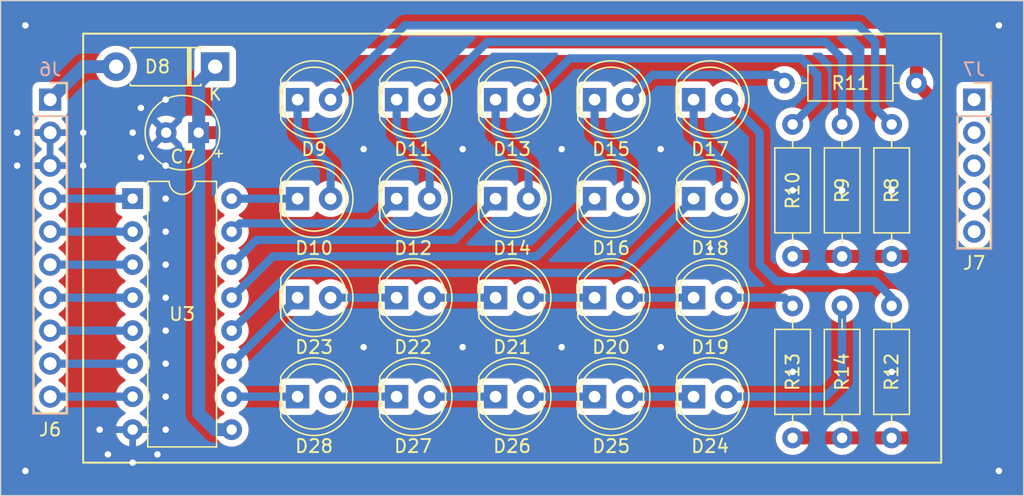
<source format=kicad_pcb>
(kicad_pcb (version 20240108) (generator "pcbnew") (generator_version "8.0")
  (title_block (title "Carrera Start-Ampel \"Bären(n)keller\"") (date "2023-01-10") (rev "1.0") (company "Andreas Wahl - Welzheim") (comment 1 "https://www.andreas-wahl.de/"))
  (layers (0 "F.Cu" signal) (31 "B.Cu" signal) (34 "B.Paste" user) (35 "F.Paste" user) (37 "F.SilkS" user "F.Silkscreen") (38 "B.Mask" user) (39 "F.Mask" user) (44 "Edge.Cuts" user))
  (net 0 "")
  (net 1 "GND")
  (net 2 "Net-(D8-K)")
  (net 3 "Net-(D8-A)")
  (net 4 "Net-(D10-A)")
  (net 5 "Net-(D9-A)")
  (net 6 "Net-(D10-K)")
  (net 7 "Net-(D11-K)")
  (net 8 "Net-(D11-A)")
  (net 9 "Net-(D12-K)")
  (net 10 "Net-(D13-K)")
  (net 11 "Net-(D13-A)")
  (net 12 "Net-(D14-K)")
  (net 13 "Net-(D15-K)")
  (net 14 "Net-(D15-A)")
  (net 15 "Net-(D16-K)")
  (net 16 "Net-(D17-K)")
  (net 17 "Net-(D17-A)")
  (net 18 "Net-(D18-K)")
  (net 19 "Net-(D19-K)")
  (net 20 "Net-(D19-A)")
  (net 21 "Net-(D20-K)")
  (net 22 "Net-(D21-K)")
  (net 23 "Net-(D22-K)")
  (net 24 "Net-(D23-K)")
  (net 25 "Net-(D24-K)")
  (net 26 "Net-(D24-A)")
  (net 27 "Net-(D25-K)")
  (net 28 "Net-(D26-K)")
  (net 29 "Net-(D27-K)")
  (net 30 "Net-(D28-K)")
  (net 31 "Net-(J6-Pin_4)")
  (net 32 "Net-(J6-Pin_5)")
  (net 33 "Net-(J6-Pin_6)")
  (net 34 "Net-(J6-Pin_7)")
  (net 35 "Net-(J6-Pin_8)")
  (net 36 "Net-(J6-Pin_9)")
  (net 37 "Net-(J6-Pin_10)")
  (footprint "MyLibrary:LED_D5.0mm_ye" (layer "F.Cu") (at 48.255 50.8)
    (property "Reference" "D28" (at 1.27 3.81 0) (layer "F.SilkS"))
    (property "Value" "ge/5mm")
    (fp_line (start -1.29 -1.545) (end -1.29 1.545) (stroke (width 0.12)) (layer "F.SilkS"))
    (fp_arc (start -1.29 -1.54483) (mid 2.072002 -2.880433) (end 4.26 0.000462) (stroke (width 0.12)) (layer "F.SilkS"))
    (fp_arc (start 4.26 -0.000462) (mid 2.072002 2.880433) (end -1.29 1.54483) (stroke (width 0.12)) (layer "F.SilkS"))
    (fp_circle (center 1.27 0) (end 3.77 0) (stroke (width 0.12)) (fill none) (layer "F.SilkS"))
    (pad "1" thru_hole rect (at 0 0) (size 1.8 1.8) (drill 0.9) (layers "*.Cu" "*.Mask") (net 30 "Net-(D28-K)"))
    (pad "2" thru_hole circle (at 2.54 0) (size 1.8 1.8) (drill 0.9) (layers "*.Cu" "*.Mask") (net 29 "Net-(D27-K)"))
  )
  (footprint "MyLibrary:LED_D5.0mm_ye" (layer "F.Cu") (at 78.735 50.8)
    (property "Reference" "D24" (at 1.27 3.81 0) (layer "F.SilkS"))
    (property "Value" "ge/5mm")
    (fp_line (start -1.29 -1.545) (end -1.29 1.545) (stroke (width 0.12)) (layer "F.SilkS"))
    (fp_arc (start -1.29 -1.54483) (mid 2.072002 -2.880433) (end 4.26 0.000462) (stroke (width 0.12)) (layer "F.SilkS"))
    (fp_arc (start 4.26 -0.000462) (mid 2.072002 2.880433) (end -1.29 1.54483) (stroke (width 0.12)) (layer "F.SilkS"))
    (fp_circle (center 1.27 0) (end 3.77 0) (stroke (width 0.12)) (fill none) (layer "F.SilkS"))
    (pad "1" thru_hole rect (at 0 0) (size 1.8 1.8) (drill 0.9) (layers "*.Cu" "*.Mask") (net 25 "Net-(D24-K)"))
    (pad "2" thru_hole circle (at 2.54 0) (size 1.8 1.8) (drill 0.9) (layers "*.Cu" "*.Mask") (net 26 "Net-(D24-A)"))
  )
  (footprint "MyLibrary:LED_D5.0mm_ye" (layer "F.Cu") (at 55.875 50.8)
    (property "Reference" "D27" (at 1.27 3.81 0) (layer "F.SilkS"))
    (property "Value" "ge/5mm")
    (fp_line (start -1.29 -1.545) (end -1.29 1.545) (stroke (width 0.12)) (layer "F.SilkS"))
    (fp_arc (start -1.29 -1.54483) (mid 2.072002 -2.880433) (end 4.26 0.000462) (stroke (width 0.12)) (layer "F.SilkS"))
    (fp_arc (start 4.26 -0.000462) (mid 2.072002 2.880433) (end -1.29 1.54483) (stroke (width 0.12)) (layer "F.SilkS"))
    (fp_circle (center 1.27 0) (end 3.77 0) (stroke (width 0.12)) (fill none) (layer "F.SilkS"))
    (pad "1" thru_hole rect (at 0 0) (size 1.8 1.8) (drill 0.9) (layers "*.Cu" "*.Mask") (net 29 "Net-(D27-K)"))
    (pad "2" thru_hole circle (at 2.54 0) (size 1.8 1.8) (drill 0.9) (layers "*.Cu" "*.Mask") (net 28 "Net-(D26-K)"))
  )
  (footprint "Resistor_THT:R_Axial_DIN0207_L6.3mm_D2.5mm_P10.16mm_Horizontal" (layer "F.Cu") (at 90.165 43.815 -90)
    (property "Reference" "R14" (at 5.08 0 90) (layer "F.SilkS"))
    (property "Value" "220R")
    (fp_line (start 1.81 1.37) (end 8.35 1.37) (stroke (width 0.12)) (layer "F.SilkS"))
    (fp_line (start 8.35 1.37) (end 8.35 -1.37) (stroke (width 0.12)) (layer "F.SilkS"))
    (fp_line (start 1.04 0) (end 1.81 0) (stroke (width 0.12)) (layer "F.SilkS"))
    (fp_line (start 9.12 0) (end 8.35 0) (stroke (width 0.12)) (layer "F.SilkS"))
    (fp_line (start 1.81 -1.37) (end 1.81 1.37) (stroke (width 0.12)) (layer "F.SilkS"))
    (fp_line (start 8.35 -1.37) (end 1.81 -1.37) (stroke (width 0.12)) (layer "F.SilkS"))
    (pad "1" thru_hole circle (at 0 0 270) (size 1.6 1.6) (drill 0.8) (layers "*.Cu" "*.Mask") (net 26 "Net-(D24-A)"))
    (pad "2" thru_hole oval (at 10.16 0 270) (size 1.6 1.6) (drill 0.8) (layers "*.Cu" "*.Mask") (net 2 "Net-(D8-K)"))
  )
  (footprint "Resistor_THT:R_Axial_DIN0207_L6.3mm_D2.5mm_P10.16mm_Horizontal" (layer "F.Cu") (at 86.36 43.815 -90)
    (property "Reference" "R13" (at 5.08 0 90) (layer "F.SilkS"))
    (property "Value" "220R")
    (fp_line (start 1.81 1.37) (end 8.35 1.37) (stroke (width 0.12)) (layer "F.SilkS"))
    (fp_line (start 8.35 1.37) (end 8.35 -1.37) (stroke (width 0.12)) (layer "F.SilkS"))
    (fp_line (start 1.04 0) (end 1.81 0) (stroke (width 0.12)) (layer "F.SilkS"))
    (fp_line (start 9.12 0) (end 8.35 0) (stroke (width 0.12)) (layer "F.SilkS"))
    (fp_line (start 1.81 -1.37) (end 1.81 1.37) (stroke (width 0.12)) (layer "F.SilkS"))
    (fp_line (start 8.35 -1.37) (end 1.81 -1.37) (stroke (width 0.12)) (layer "F.SilkS"))
    (pad "1" thru_hole circle (at 0 0 270) (size 1.6 1.6) (drill 0.8) (layers "*.Cu" "*.Mask") (net 20 "Net-(D19-A)"))
    (pad "2" thru_hole oval (at 10.16 0 270) (size 1.6 1.6) (drill 0.8) (layers "*.Cu" "*.Mask") (net 2 "Net-(D8-K)"))
  )
  (footprint "Resistor_THT:R_Axial_DIN0207_L6.3mm_D2.5mm_P10.16mm_Horizontal" (layer "F.Cu") (at 95.885 26.67 180)
    (property "Reference" "R11" (at 5.08 0 0) (layer "F.SilkS"))
    (property "Value" "560R")
    (fp_line (start 9.12 0) (end 8.35 0) (stroke (width 0.12)) (layer "F.SilkS"))
    (fp_line (start 8.35 1.37) (end 8.35 -1.37) (stroke (width 0.12)) (layer "F.SilkS"))
    (fp_line (start 8.35 -1.37) (end 1.81 -1.37) (stroke (width 0.12)) (layer "F.SilkS"))
    (fp_line (start 1.81 1.37) (end 8.35 1.37) (stroke (width 0.12)) (layer "F.SilkS"))
    (fp_line (start 1.81 -1.37) (end 1.81 1.37) (stroke (width 0.12)) (layer "F.SilkS"))
    (fp_line (start 1.04 0) (end 1.81 0) (stroke (width 0.12)) (layer "F.SilkS"))
    (pad "1" thru_hole circle (at 0 0 180) (size 1.6 1.6) (drill 0.8) (layers "*.Cu" "*.Mask") (net 2 "Net-(D8-K)"))
    (pad "2" thru_hole oval (at 10.16 0 180) (size 1.6 1.6) (drill 0.8) (layers "*.Cu" "*.Mask") (net 14 "Net-(D15-A)"))
  )
  (footprint "MyLibrary:LED_D5.0mm_rd" (layer "F.Cu") (at 48.255 35.56)
    (property "Reference" "D10" (at 1.27 3.81 0) (layer "F.SilkS"))
    (property "Value" "rt/5mm")
    (fp_line (start -1.29 -1.545) (end -1.29 1.545) (stroke (width 0.12)) (layer "F.SilkS"))
    (fp_arc (start -1.29 -1.54483) (mid 2.072002 -2.880433) (end 4.26 0.000462) (stroke (width 0.12)) (layer "F.SilkS"))
    (fp_arc (start 4.26 -0.000462) (mid 2.072002 2.880433) (end -1.29 1.54483) (stroke (width 0.12)) (layer "F.SilkS"))
    (fp_circle (center 1.27 0) (end 3.77 0) (stroke (width 0.12)) (fill none) (layer "F.SilkS"))
    (pad "1" thru_hole rect (at 0 0) (size 1.8 1.8) (drill 0.9) (layers "*.Cu" "*.Mask") (net 6 "Net-(D10-K)"))
    (pad "2" thru_hole circle (at 2.54 0) (size 1.8 1.8) (drill 0.9) (layers "*.Cu" "*.Mask") (net 4 "Net-(D10-A)"))
  )
  (footprint "MyLibrary:LED_D5.0mm_gn" (layer "F.Cu") (at 63.495 43.18)
    (property "Reference" "D21" (at 1.27 3.81 0) (layer "F.SilkS"))
    (property "Value" "gn/5mm")
    (fp_line (start -1.29 -1.545) (end -1.29 1.545) (stroke (width 0.12)) (layer "F.SilkS"))
    (fp_arc (start -1.29 -1.54483) (mid 2.072002 -2.880433) (end 4.26 0.000462) (stroke (width 0.12)) (layer "F.SilkS"))
    (fp_arc (start 4.26 -0.000462) (mid 2.072002 2.880433) (end -1.29 1.54483) (stroke (width 0.12)) (layer "F.SilkS"))
    (fp_circle (center 1.27 0) (end 3.77 0) (stroke (width 0.12)) (fill none) (layer "F.SilkS"))
    (pad "1" thru_hole rect (at 0 0) (size 1.8 1.8) (drill 0.9) (layers "*.Cu" "*.Mask") (net 22 "Net-(D21-K)"))
    (pad "2" thru_hole circle (at 2.54 0) (size 1.8 1.8) (drill 0.9) (layers "*.Cu" "*.Mask") (net 21 "Net-(D20-K)"))
  )
  (footprint "MyLibrary:LED_D5.0mm_rd" (layer "F.Cu") (at 48.255 27.94)
    (property "Reference" "D9" (at 1.27 3.81 0) (layer "F.SilkS"))
    (property "Value" "rt/5mm")
    (fp_line (start -1.29 -1.545) (end -1.29 1.545) (stroke (width 0.12)) (layer "F.SilkS"))
    (fp_arc (start -1.29 -1.54483) (mid 2.072002 -2.880433) (end 4.26 0.000462) (stroke (width 0.12)) (layer "F.SilkS"))
    (fp_arc (start 4.26 -0.000462) (mid 2.072002 2.880433) (end -1.29 1.54483) (stroke (width 0.12)) (layer "F.SilkS"))
    (fp_circle (center 1.27 0) (end 3.77 0) (stroke (width 0.12)) (fill none) (layer "F.SilkS"))
    (pad "1" thru_hole rect (at 0 0) (size 1.8 1.8) (drill 0.9) (layers "*.Cu" "*.Mask") (net 4 "Net-(D10-A)"))
    (pad "2" thru_hole circle (at 2.54 0) (size 1.8 1.8) (drill 0.9) (layers "*.Cu" "*.Mask") (net 5 "Net-(D9-A)"))
  )
  (footprint "Diode_THT:D_DO-41_SOD81_P7.62mm_Horizontal" (layer "F.Cu") (at 41.91 25.4 180)
    (property "Reference" "D8" (at 4.445 0 180) (layer "F.SilkS"))
    (property "Value" "1N4001")
    (fp_line (start 6.53 1.47) (end 6.53 1.34) (stroke (width 0.12)) (layer "F.SilkS"))
    (fp_line (start 6.53 -1.47) (end 6.53 -1.34) (stroke (width 0.12)) (layer "F.SilkS"))
    (fp_line (start 2.11 -1.47) (end 2.11 1.47) (stroke (width 0.12)) (layer "F.SilkS"))
    (fp_line (start 1.99 -1.47) (end 1.99 1.47) (stroke (width 0.12)) (layer "F.SilkS"))
    (fp_line (start 1.87 -1.47) (end 1.87 1.47) (stroke (width 0.12)) (layer "F.SilkS"))
    (fp_line (start 1.09 1.47) (end 6.53 1.47) (stroke (width 0.12)) (layer "F.SilkS"))
    (fp_line (start 1.09 1.34) (end 1.09 1.47) (stroke (width 0.12)) (layer "F.SilkS"))
    (fp_line (start 1.09 -1.34) (end 1.09 -1.47) (stroke (width 0.12)) (layer "F.SilkS"))
    (fp_line (start 1.09 -1.47) (end 6.53 -1.47) (stroke (width 0.12)) (layer "F.SilkS"))
    (fp_text user "K" (at 0 -2.1 180) (layer "F.SilkS"))
    (pad "1" thru_hole rect (at 0 0 180) (size 2.2 2.2) (drill 1.1) (layers "*.Cu" "*.Mask") (net 2 "Net-(D8-K)"))
    (pad "2" thru_hole oval (at 7.62 0 180) (size 2.2 2.2) (drill 1.1) (layers "*.Cu" "*.Mask") (net 3 "Net-(D8-A)"))
  )
  (footprint "MyLibrary:LED_D5.0mm_rd" (layer "F.Cu") (at 71.115 35.56)
    (property "Reference" "D16" (at 1.27 3.81 0) (layer "F.SilkS"))
    (property "Value" "rt/5mm")
    (fp_line (start -1.29 -1.545) (end -1.29 1.545) (stroke (width 0.12)) (layer "F.SilkS"))
    (fp_arc (start -1.29 -1.54483) (mid 2.072002 -2.880433) (end 4.26 0.000462) (stroke (width 0.12)) (layer "F.SilkS"))
    (fp_arc (start 4.26 -0.000462) (mid 2.072002 2.880433) (end -1.29 1.54483) (stroke (width 0.12)) (layer "F.SilkS"))
    (fp_circle (center 1.27 0) (end 3.77 0) (stroke (width 0.12)) (fill none) (layer "F.SilkS"))
    (pad "1" thru_hole rect (at 0 0) (size 1.8 1.8) (drill 0.9) (layers "*.Cu" "*.Mask") (net 15 "Net-(D16-K)"))
    (pad "2" thru_hole circle (at 2.54 0) (size 1.8 1.8) (drill 0.9) (layers "*.Cu" "*.Mask") (net 13 "Net-(D15-K)"))
  )
  (footprint "MyLibrary:LED_D5.0mm_rd" (layer "F.Cu") (at 55.875 35.56)
    (property "Reference" "D12" (at 1.27 3.81 0) (layer "F.SilkS"))
    (property "Value" "rt/5mm")
    (fp_line (start -1.29 -1.545) (end -1.29 1.545) (stroke (width 0.12)) (layer "F.SilkS"))
    (fp_arc (start -1.29 -1.54483) (mid 2.072002 -2.880433) (end 4.26 0.000462) (stroke (width 0.12)) (layer "F.SilkS"))
    (fp_arc (start 4.26 -0.000462) (mid 2.072002 2.880433) (end -1.29 1.54483) (stroke (width 0.12)) (layer "F.SilkS"))
    (fp_circle (center 1.27 0) (end 3.77 0) (stroke (width 0.12)) (fill none) (layer "F.SilkS"))
    (pad "1" thru_hole rect (at 0 0) (size 1.8 1.8) (drill 0.9) (layers "*.Cu" "*.Mask") (net 9 "Net-(D12-K)"))
    (pad "2" thru_hole circle (at 2.54 0) (size 1.8 1.8) (drill 0.9) (layers "*.Cu" "*.Mask") (net 7 "Net-(D11-K)"))
  )
  (footprint "MyLibrary:LED_D5.0mm_rd" (layer "F.Cu") (at 55.875 27.94)
    (property "Reference" "D11" (at 1.27 3.81 0) (layer "F.SilkS"))
    (property "Value" "rt/5mm")
    (fp_line (start -1.29 -1.545) (end -1.29 1.545) (stroke (width 0.12)) (layer "F.SilkS"))
    (fp_arc (start -1.29 -1.54483) (mid 2.072002 -2.880433) (end 4.26 0.000462) (stroke (width 0.12)) (layer "F.SilkS"))
    (fp_arc (start 4.26 -0.000462) (mid 2.072002 2.880433) (end -1.29 1.54483) (stroke (width 0.12)) (layer "F.SilkS"))
    (fp_circle (center 1.27 0) (end 3.77 0) (stroke (width 0.12)) (fill none) (layer "F.SilkS"))
    (pad "1" thru_hole rect (at 0 0) (size 1.8 1.8) (drill 0.9) (layers "*.Cu" "*.Mask") (net 7 "Net-(D11-K)"))
    (pad "2" thru_hole circle (at 2.54 0) (size 1.8 1.8) (drill 0.9) (layers "*.Cu" "*.Mask") (net 8 "Net-(D11-A)"))
  )
  (footprint "Resistor_THT:R_Axial_DIN0207_L6.3mm_D2.5mm_P10.16mm_Horizontal" (layer "F.Cu") (at 86.36 40.005 90)
    (property "Reference" "R10" (at 5.08 0 90) (layer "F.SilkS"))
    (property "Value" "560R")
    (fp_line (start 8.35 -1.37) (end 1.81 -1.37) (stroke (width 0.12)) (layer "F.SilkS"))
    (fp_line (start 1.81 -1.37) (end 1.81 1.37) (stroke (width 0.12)) (layer "F.SilkS"))
    (fp_line (start 9.12 0) (end 8.35 0) (stroke (width 0.12)) (layer "F.SilkS"))
    (fp_line (start 1.04 0) (end 1.81 0) (stroke (width 0.12)) (layer "F.SilkS"))
    (fp_line (start 8.35 1.37) (end 8.35 -1.37) (stroke (width 0.12)) (layer "F.SilkS"))
    (fp_line (start 1.81 1.37) (end 8.35 1.37) (stroke (width 0.12)) (layer "F.SilkS"))
    (pad "1" thru_hole circle (at 0 0 90) (size 1.6 1.6) (drill 0.8) (layers "*.Cu" "*.Mask") (net 2 "Net-(D8-K)"))
    (pad "2" thru_hole oval (at 10.16 0 90) (size 1.6 1.6) (drill 0.8) (layers "*.Cu" "*.Mask") (net 11 "Net-(D13-A)"))
  )
  (footprint "MyLibrary:LED_D5.0mm_ye" (layer "F.Cu") (at 63.495 50.8)
    (property "Reference" "D26" (at 1.27 3.81 0) (layer "F.SilkS"))
    (property "Value" "ge/5mm")
    (fp_line (start -1.29 -1.545) (end -1.29 1.545) (stroke (width 0.12)) (layer "F.SilkS"))
    (fp_arc (start -1.29 -1.54483) (mid 2.072002 -2.880433) (end 4.26 0.000462) (stroke (width 0.12)) (layer "F.SilkS"))
    (fp_arc (start 4.26 -0.000462) (mid 2.072002 2.880433) (end -1.29 1.54483) (stroke (width 0.12)) (layer "F.SilkS"))
    (fp_circle (center 1.27 0) (end 3.77 0) (stroke (width 0.12)) (fill none) (layer "F.SilkS"))
    (pad "1" thru_hole rect (at 0 0) (size 1.8 1.8) (drill 0.9) (layers "*.Cu" "*.Mask") (net 28 "Net-(D26-K)"))
    (pad "2" thru_hole circle (at 2.54 0) (size 1.8 1.8) (drill 0.9) (layers "*.Cu" "*.Mask") (net 27 "Net-(D25-K)"))
  )
  (footprint "Resistor_THT:R_Axial_DIN0207_L6.3mm_D2.5mm_P10.16mm_Horizontal" (layer "F.Cu") (at 93.98 40.005 90)
    (property "Reference" "R8" (at 5.08 0 90) (layer "F.SilkS"))
    (property "Value" "560R")
    (fp_line (start 8.35 -1.37) (end 1.81 -1.37) (stroke (width 0.12)) (layer "F.SilkS"))
    (fp_line (start 1.81 -1.37) (end 1.81 1.37) (stroke (width 0.12)) (layer "F.SilkS"))
    (fp_line (start 9.12 0) (end 8.35 0) (stroke (width 0.12)) (layer "F.SilkS"))
    (fp_line (start 1.04 0) (end 1.81 0) (stroke (width 0.12)) (layer "F.SilkS"))
    (fp_line (start 8.35 1.37) (end 8.35 -1.37) (stroke (width 0.12)) (layer "F.SilkS"))
    (fp_line (start 1.81 1.37) (end 8.35 1.37) (stroke (width 0.12)) (layer "F.SilkS"))
    (pad "1" thru_hole circle (at 0 0 90) (size 1.6 1.6) (drill 0.8) (layers "*.Cu" "*.Mask") (net 2 "Net-(D8-K)"))
    (pad "2" thru_hole oval (at 10.16 0 90) (size 1.6 1.6) (drill 0.8) (layers "*.Cu" "*.Mask") (net 5 "Net-(D9-A)"))
  )
  (footprint "Wahl_Andreas:LOGO_AW_5mm_mask" (layer "F.Cu") (at 100.584 53.213)
    (property "Reference" "G***" (hide yes))
    (property "Value" "LOGO" (hide yes))
  )
  (footprint "MyLibrary:LED_D5.0mm_rd" (layer "F.Cu") (at 78.735 35.56)
    (property "Reference" "D18" (at 1.27 3.81 0) (layer "F.SilkS"))
    (property "Value" "rt/5mm")
    (fp_line (start -1.29 -1.545) (end -1.29 1.545) (stroke (width 0.12)) (layer "F.SilkS"))
    (fp_arc (start -1.29 -1.54483) (mid 2.072002 -2.880433) (end 4.26 0.000462) (stroke (width 0.12)) (layer "F.SilkS"))
    (fp_arc (start 4.26 -0.000462) (mid 2.072002 2.880433) (end -1.29 1.54483) (stroke (width 0.12)) (layer "F.SilkS"))
    (fp_circle (center 1.27 0) (end 3.77 0) (stroke (width 0.12)) (fill none) (layer "F.SilkS"))
    (pad "1" thru_hole rect (at 0 0) (size 1.8 1.8) (drill 0.9) (layers "*.Cu" "*.Mask") (net 18 "Net-(D18-K)"))
    (pad "2" thru_hole circle (at 2.54 0) (size 1.8 1.8) (drill 0.9) (layers "*.Cu" "*.Mask") (net 16 "Net-(D17-K)"))
  )
  (footprint "MyLibrary:LED_D5.0mm_gn" (layer "F.Cu") (at 71.115 43.18)
    (property "Reference" "D20" (at 1.27 3.81 0) (layer "F.SilkS"))
    (property "Value" "gn/5mm")
    (fp_line (start -1.29 -1.545) (end -1.29 1.545) (stroke (width 0.12)) (layer "F.SilkS"))
    (fp_arc (start -1.29 -1.54483) (mid 2.072002 -2.880433) (end 4.26 0.000462) (stroke (width 0.12)) (layer "F.SilkS"))
    (fp_arc (start 4.26 -0.000462) (mid 2.072002 2.880433) (end -1.29 1.54483) (stroke (width 0.12)) (layer "F.SilkS"))
    (fp_circle (center 1.27 0) (end 3.77 0) (stroke (width 0.12)) (fill none) (layer "F.SilkS"))
    (pad "1" thru_hole rect (at 0 0) (size 1.8 1.8) (drill 0.9) (layers "*.Cu" "*.Mask") (net 21 "Net-(D20-K)"))
    (pad "2" thru_hole circle (at 2.54 0) (size 1.8 1.8) (drill 0.9) (layers "*.Cu" "*.Mask") (net 19 "Net-(D19-K)"))
  )
  (footprint "Package_DIP:DIP-16_W7.62mm" (layer "F.Cu") (at 35.56 35.56)
    (property "Reference" "U3" (at 3.81 8.89 0) (layer "F.SilkS"))
    (property "Value" "ULN2003A")
    (fp_line (start 1.16 -1.33) (end 1.16 19.11) (stroke (width 0.12)) (layer "F.SilkS"))
    (fp_line (start 1.16 19.11) (end 6.46 19.11) (stroke (width 0.12)) (layer "F.SilkS"))
    (fp_line (start 2.81 -1.33) (end 1.16 -1.33) (stroke (width 0.12)) (layer "F.SilkS"))
    (fp_line (start 6.46 -1.33) (end 4.81 -1.33) (stroke (width 0.12)) (layer "F.SilkS"))
    (fp_line (start 6.46 19.11) (end 6.46 -1.33) (stroke (width 0.12)) (layer "F.SilkS"))
    (fp_arc (start 4.81 -1.33) (mid 3.81 -0.33) (end 2.81 -1.33) (stroke (width 0.12)) (layer "F.SilkS"))
    (pad "1" thru_hole rect (at 0 0) (size 1.6 1.6) (drill 0.8) (layers "*.Cu" "*.Mask") (net 31 "Net-(J6-Pin_4)"))
    (pad "2" thru_hole oval (at 0 2.54) (size 1.6 1.6) (drill 0.8) (layers "*.Cu" "*.Mask") (net 32 "Net-(J6-Pin_5)"))
    (pad "3" thru_hole oval (at 0 5.08) (size 1.6 1.6) (drill 0.8) (layers "*.Cu" "*.Mask") (net 33 "Net-(J6-Pin_6)"))
    (pad "4" thru_hole oval (at 0 7.62) (size 1.6 1.6) (drill 0.8) (layers "*.Cu" "*.Mask") (net 34 "Net-(J6-Pin_7)"))
    (pad "5" thru_hole oval (at 0 10.16) (size 1.6 1.6) (drill 0.8) (layers "*.Cu" "*.Mask") (net 35 "Net-(J6-Pin_8)"))
    (pad "6" thru_hole oval (at 0 12.7) (size 1.6 1.6) (drill 0.8) (layers "*.Cu" "*.Mask") (net 36 "Net-(J6-Pin_9)"))
    (pad "7" thru_hole oval (at 0 15.24) (size 1.6 1.6) (drill 0.8) (layers "*.Cu" "*.Mask") (net 37 "Net-(J6-Pin_10)"))
    (pad "8" thru_hole oval (at 0 17.78) (size 1.6 1.6) (drill 0.8) (layers "*.Cu" "*.Mask") (net 1 "GND"))
    (pad "9" thru_hole oval (at 7.62 17.78) (size 1.6 1.6) (drill 0.8) (layers "*.Cu" "*.Mask") (net 2 "Net-(D8-K)"))
    (pad "10" thru_hole oval (at 7.62 15.24) (size 1.6 1.6) (drill 0.8) (layers "*.Cu" "*.Mask") (net 30 "Net-(D28-K)"))
    (pad "11" thru_hole oval (at 7.62 12.7) (size 1.6 1.6) (drill 0.8) (layers "*.Cu" "*.Mask") (net 24 "Net-(D23-K)"))
    (pad "12" thru_hole oval (at 7.62 10.16) (size 1.6 1.6) (drill 0.8) (layers "*.Cu" "*.Mask") (net 18 "Net-(D18-K)"))
    (pad "13" thru_hole oval (at 7.62 7.62) (size 1.6 1.6) (drill 0.8) (layers "*.Cu" "*.Mask") (net 15 "Net-(D16-K)"))
    (pad "14" thru_hole oval (at 7.62 5.08) (size 1.6 1.6) (drill 0.8) (layers "*.Cu" "*.Mask") (net 12 "Net-(D14-K)"))
    (pad "15" thru_hole oval (at 7.62 2.54) (size 1.6 1.6) (drill 0.8) (layers "*.Cu" "*.Mask") (net 9 "Net-(D12-K)"))
    (pad "16" thru_hole oval (at 7.62 0) (size 1.6 1.6) (drill 0.8) (layers "*.Cu" "*.Mask") (net 6 "Net-(D10-K)"))
  )
  (footprint "Resistor_THT:R_Axial_DIN0207_L6.3mm_D2.5mm_P10.16mm_Horizontal" (layer "F.Cu") (at 93.975 53.975 90)
    (property "Reference" "R12" (at 5.08 0 90) (layer "F.SilkS"))
    (property "Value" "560R")
    (fp_line (start 8.35 -1.37) (end 1.81 -1.37) (stroke (width 0.12)) (layer "F.SilkS"))
    (fp_line (start 1.81 -1.37) (end 1.81 1.37) (stroke (width 0.12)) (layer "F.SilkS"))
    (fp_line (start 9.12 0) (end 8.35 0) (stroke (width 0.12)) (layer "F.SilkS"))
    (fp_line (start 1.04 0) (end 1.81 0) (stroke (width 0.12)) (layer "F.SilkS"))
    (fp_line (start 8.35 1.37) (end 8.35 -1.37) (stroke (width 0.12)) (layer "F.SilkS"))
    (fp_line (start 1.81 1.37) (end 8.35 1.37) (stroke (width 0.12)) (layer "F.SilkS"))
    (pad "1" thru_hole circle (at 0 0 90) (size 1.6 1.6) (drill 0.8) (layers "*.Cu" "*.Mask") (net 2 "Net-(D8-K)"))
    (pad "2" thru_hole oval (at 10.16 0 90) (size 1.6 1.6) (drill 0.8) (layers "*.Cu" "*.Mask") (net 17 "Net-(D17-A)"))
  )
  (footprint "MyLibrary:LED_D5.0mm_gn" (layer "F.Cu") (at 55.875 43.18)
    (property "Reference" "D22" (at 1.27 3.81 0) (layer "F.SilkS"))
    (property "Value" "gn/5mm")
    (fp_line (start -1.29 -1.545) (end -1.29 1.545) (stroke (width 0.12)) (layer "F.SilkS"))
    (fp_arc (start -1.29 -1.54483) (mid 2.072002 -2.880433) (end 4.26 0.000462) (stroke (width 0.12)) (layer "F.SilkS"))
    (fp_arc (start 4.26 -0.000462) (mid 2.072002 2.880433) (end -1.29 1.54483) (stroke (width 0.12)) (layer "F.SilkS"))
    (fp_circle (center 1.27 0) (end 3.77 0) (stroke (width 0.12)) (fill none) (layer "F.SilkS"))
    (pad "1" thru_hole rect (at 0 0) (size 1.8 1.8) (drill 0.9) (layers "*.Cu" "*.Mask") (net 23 "Net-(D22-K)"))
    (pad "2" thru_hole circle (at 2.54 0) (size 1.8 1.8) (drill 0.9) (layers "*.Cu" "*.Mask") (net 22 "Net-(D21-K)"))
  )
  (footprint "MyLibrary:LED_D5.0mm_rd" (layer "F.Cu") (at 78.735 27.94)
    (property "Reference" "D17" (at 1.27 3.81 0) (layer "F.SilkS"))
    (property "Value" "rt/5mm")
    (fp_line (start -1.29 -1.545) (end -1.29 1.545) (stroke (width 0.12)) (layer "F.SilkS"))
    (fp_arc (start -1.29 -1.54483) (mid 2.072002 -2.880433) (end 4.26 0.000462) (stroke (width 0.12)) (layer "F.SilkS"))
    (fp_arc (start 4.26 -0.000462) (mid 2.072002 2.880433) (end -1.29 1.54483) (stroke (width 0.12)) (layer "F.SilkS"))
    (fp_circle (center 1.27 0) (end 3.77 0) (stroke (width 0.12)) (fill none) (layer "F.SilkS"))
    (pad "1" thru_hole rect (at 0 0) (size 1.8 1.8) (drill 0.9) (layers "*.Cu" "*.Mask") (net 16 "Net-(D17-K)"))
    (pad "2" thru_hole circle (at 2.54 0) (size 1.8 1.8) (drill 0.9) (layers "*.Cu" "*.Mask") (net 17 "Net-(D17-A)"))
  )
  (footprint "Capacitor_THT:CP_Radial_Tantal_D5.5mm_P2.50mm" (layer "F.Cu") (at 40.64 30.48 180)
    (property "Reference" "C7" (at 1.196369 -1.854 180) (layer "F.SilkS"))
    (property "Value" "10uF/50V")
    (fp_line (start -1.547262 -1.89) (end -1.547262 -1.34) (stroke (width 0.12)) (layer "F.SilkS"))
    (fp_line (start -1.822262 -1.615) (end -1.272262 -1.615) (stroke (width 0.12)) (layer "F.SilkS"))
    (fp_circle (center 1.25 0) (end 4.12 0) (stroke (width 0.12)) (fill none) (layer "F.SilkS"))
    (pad "1" thru_hole rect (at 0 0 180) (size 1.6 1.6) (drill 0.8) (layers "*.Cu" "*.Mask") (net 2 "Net-(D8-K)"))
    (pad "2" thru_hole circle (at 2.5 0 180) (size 1.6 1.6) (drill 0.8) (layers "*.Cu" "*.Mask") (net 1 "GND"))
  )
  (footprint "MyLibrary:LED_D5.0mm_gn" (layer "F.Cu") (at 48.255 43.18)
    (property "Reference" "D23" (at 1.27 3.81 0) (layer "F.SilkS"))
    (property "Value" "gn/5mm")
    (fp_line (start -1.29 -1.545) (end -1.29 1.545) (stroke (width 0.12)) (layer "F.SilkS"))
    (fp_arc (start -1.29 -1.54483) (mid 2.072002 -2.880433) (end 4.26 0.000462) (stroke (width 0.12)) (layer "F.SilkS"))
    (fp_arc (start 4.26 -0.000462) (mid 2.072002 2.880433) (end -1.29 1.54483) (stroke (width 0.12)) (layer "F.SilkS"))
    (fp_circle (center 1.27 0) (end 3.77 0) (stroke (width 0.12)) (fill none) (layer "F.SilkS"))
    (pad "1" thru_hole rect (at 0 0) (size 1.8 1.8) (drill 0.9) (layers "*.Cu" "*.Mask") (net 24 "Net-(D23-K)"))
    (pad "2" thru_hole circle (at 2.54 0) (size 1.8 1.8) (drill 0.9) (layers "*.Cu" "*.Mask") (net 23 "Net-(D22-K)"))
  )
  (footprint "MyLibrary:LED_D5.0mm_rd" (layer "F.Cu") (at 71.115 27.94)
    (property "Reference" "D15" (at 1.27 3.81 0) (layer "F.SilkS"))
    (property "Value" "rt/5mm")
    (fp_line (start -1.29 -1.545) (end -1.29 1.545) (stroke (width 0.12)) (layer "F.SilkS"))
    (fp_arc (start -1.29 -1.54483) (mid 2.072002 -2.880433) (end 4.26 0.000462) (stroke (width 0.12)) (layer "F.SilkS"))
    (fp_arc (start 4.26 -0.000462) (mid 2.072002 2.880433) (end -1.29 1.54483) (stroke (width 0.12)) (layer "F.SilkS"))
    (fp_circle (center 1.27 0) (end 3.77 0) (stroke (width 0.12)) (fill none) (layer "F.SilkS"))
    (pad "1" thru_hole rect (at 0 0) (size 1.8 1.8) (drill 0.9) (layers "*.Cu" "*.Mask") (net 13 "Net-(D15-K)"))
    (pad "2" thru_hole circle (at 2.54 0) (size 1.8 1.8) (drill 0.9) (layers "*.Cu" "*.Mask") (net 14 "Net-(D15-A)"))
  )
  (footprint "MyLibrary:LED_D5.0mm_gn" (layer "F.Cu") (at 78.735 43.18)
    (property "Reference" "D19" (at 1.27 3.81 0) (layer "F.SilkS"))
    (property "Value" "gn/5mm")
    (fp_line (start -1.29 -1.545) (end -1.29 1.545) (stroke (width 0.12)) (layer "F.SilkS"))
    (fp_arc (start -1.29 -1.54483) (mid 2.072002 -2.880433) (end 4.26 0.000462) (stroke (width 0.12)) (layer "F.SilkS"))
    (fp_arc (start 4.26 -0.000462) (mid 2.072002 2.880433) (end -1.29 1.54483) (stroke (width 0.12)) (layer "F.SilkS"))
    (fp_circle (center 1.27 0) (end 3.77 0) (stroke (width 0.12)) (fill none) (layer "F.SilkS"))
    (pad "1" thru_hole rect (at 0 0) (size 1.8 1.8) (drill 0.9) (layers "*.Cu" "*.Mask") (net 19 "Net-(D19-K)"))
    (pad "2" thru_hole circle (at 2.54 0) (size 1.8 1.8) (drill 0.9) (layers "*.Cu" "*.Mask") (net 20 "Net-(D19-A)"))
  )
  (footprint "MyLibrary:LED_D5.0mm_ye" (layer "F.Cu") (at 71.115 50.8)
    (property "Reference" "D25" (at 1.27 3.81 0) (layer "F.SilkS"))
    (property "Value" "ge/5mm")
    (fp_line (start -1.29 -1.545) (end -1.29 1.545) (stroke (width 0.12)) (layer "F.SilkS"))
    (fp_arc (start -1.29 -1.54483) (mid 2.072002 -2.880433) (end 4.26 0.000462) (stroke (width 0.12)) (layer "F.SilkS"))
    (fp_arc (start 4.26 -0.000462) (mid 2.072002 2.880433) (end -1.29 1.54483) (stroke (width 0.12)) (layer "F.SilkS"))
    (fp_circle (center 1.27 0) (end 3.77 0) (stroke (width 0.12)) (fill none) (layer "F.SilkS"))
    (pad "1" thru_hole rect (at 0 0) (size 1.8 1.8) (drill 0.9) (layers "*.Cu" "*.Mask") (net 27 "Net-(D25-K)"))
    (pad "2" thru_hole circle (at 2.54 0) (size 1.8 1.8) (drill 0.9) (layers "*.Cu" "*.Mask") (net 25 "Net-(D24-K)"))
  )
  (footprint "MyLibrary:LED_D5.0mm_rd" (layer "F.Cu") (at 63.495 27.94)
    (property "Reference" "D13" (at 1.27 3.81 0) (layer "F.SilkS"))
    (property "Value" "rt/5mm")
    (fp_line (start -1.29 -1.545) (end -1.29 1.545) (stroke (width 0.12)) (layer "F.SilkS"))
    (fp_arc (start -1.29 -1.54483) (mid 2.072002 -2.880433) (end 4.26 0.000462) (stroke (width 0.12)) (layer "F.SilkS"))
    (fp_arc (start 4.26 -0.000462) (mid 2.072002 2.880433) (end -1.29 1.54483) (stroke (width 0.12)) (layer "F.SilkS"))
    (fp_circle (center 1.27 0) (end 3.77 0) (stroke (width 0.12)) (fill none) (layer "F.SilkS"))
    (pad "1" thru_hole rect (at 0 0) (size 1.8 1.8) (drill 0.9) (layers "*.Cu" "*.Mask") (net 10 "Net-(D13-K)"))
    (pad "2" thru_hole circle (at 2.54 0) (size 1.8 1.8) (drill 0.9) (layers "*.Cu" "*.Mask") (net 11 "Net-(D13-A)"))
  )
  (footprint "Resistor_THT:R_Axial_DIN0207_L6.3mm_D2.5mm_P10.16mm_Horizontal" (layer "F.Cu") (at 90.17 40.005 90)
    (property "Reference" "R9" (at 5.08 0 90) (layer "F.SilkS"))
    (property "Value" "560R")
    (fp_line (start 8.35 -1.37) (end 1.81 -1.37) (stroke (width 0.12)) (layer "F.SilkS"))
    (fp_line (start 1.81 -1.37) (end 1.81 1.37) (stroke (width 0.12)) (layer "F.SilkS"))
    (fp_line (start 9.12 0) (end 8.35 0) (stroke (width 0.12)) (layer "F.SilkS"))
    (fp_line (start 1.04 0) (end 1.81 0) (stroke (width 0.12)) (layer "F.SilkS"))
    (fp_line (start 8.35 1.37) (end 8.35 -1.37) (stroke (width 0.12)) (layer "F.SilkS"))
    (fp_line (start 1.81 1.37) (end 8.35 1.37) (stroke (width 0.12)) (layer "F.SilkS"))
    (pad "1" thru_hole circle (at 0 0 90) (size 1.6 1.6) (drill 0.8) (layers "*.Cu" "*.Mask") (net 2 "Net-(D8-K)"))
    (pad "2" thru_hole oval (at 10.16 0 90) (size 1.6 1.6) (drill 0.8) (layers "*.Cu" "*.Mask") (net 8 "Net-(D11-A)"))
  )
  (footprint "MyLibrary:LED_D5.0mm_rd" (layer "F.Cu") (at 63.495 35.56)
    (property "Reference" "D14" (at 1.27 3.81 0) (layer "F.SilkS"))
    (property "Value" "rt/5mm")
    (fp_line (start -1.29 -1.545) (end -1.29 1.545) (stroke (width 0.12)) (layer "F.SilkS"))
    (fp_arc (start -1.29 -1.54483) (mid 2.072002 -2.880433) (end 4.26 0.000462) (stroke (width 0.12)) (layer "F.SilkS"))
    (fp_arc (start 4.26 -0.000462) (mid 2.072002 2.880433) (end -1.29 1.54483) (stroke (width 0.12)) (layer "F.SilkS"))
    (fp_circle (center 1.27 0) (end 3.77 0) (stroke (width 0.12)) (fill none) (layer "F.SilkS"))
    (pad "1" thru_hole rect (at 0 0) (size 1.8 1.8) (drill 0.9) (layers "*.Cu" "*.Mask") (net 12 "Net-(D14-K)"))
    (pad "2" thru_hole circle (at 2.54 0) (size 1.8 1.8) (drill 0.9) (layers "*.Cu" "*.Mask") (net 10 "Net-(D13-K)"))
  )
  (footprint "Connector_PinHeader_2.54mm:PinHeader_1x05_P2.54mm_Vertical" (layer "B.Cu") (at 100.33 27.94 180)
    (property "Reference" "J7" (at 0 2.33 0) (layer "B.SilkS") (effects (justify mirror)))
    (property "Value" "HALTER")
    (fp_line (start 1.33 -1.27) (end 1.33 -11.49) (stroke (width 0.12)) (layer "B.SilkS"))
    (fp_line (start -1.33 1.33) (end 0 1.33) (stroke (width 0.12)) (layer "B.SilkS"))
    (fp_line (start -1.33 0) (end -1.33 1.33) (stroke (width 0.12)) (layer "B.SilkS"))
    (fp_line (start -1.33 -1.27) (end 1.33 -1.27) (stroke (width 0.12)) (layer "B.SilkS"))
    (fp_line (start -1.33 -1.27) (end -1.33 -11.49) (stroke (width 0.12)) (layer "B.SilkS"))
    (fp_line (start -1.33 -11.49) (end 1.33 -11.49) (stroke (width 0.12)) (layer "B.SilkS"))
    (pad "1" thru_hole rect (at 0 0 180) (size 1.7 1.7) (drill 1) (layers "*.Cu" "*.Mask"))
    (pad "2" thru_hole oval (at 0 -2.54 180) (size 1.7 1.7) (drill 1) (layers "*.Cu" "*.Mask"))
    (pad "3" thru_hole oval (at 0 -5.08 180) (size 1.7 1.7) (drill 1) (layers "*.Cu" "*.Mask"))
    (pad "4" thru_hole oval (at 0 -7.62 180) (size 1.7 1.7) (drill 1) (layers "*.Cu" "*.Mask"))
    (pad "5" thru_hole oval (at 0 -10.16 180) (size 1.7 1.7) (drill 1) (layers "*.Cu" "*.Mask"))
  )
  (footprint "Wahl_Andreas:LOGO_AW_5mm_mask" (layer "B.Cu") (at 100.584 53.213 180)
    (property "Reference" "G***" (hide yes))
    (property "Value" "LOGO" (hide yes))
  )
  (footprint "Connector_PinHeader_2.54mm:PinHeader_1x10_P2.54mm_Vertical" (layer "B.Cu") (at 29.21 27.94 180)
    (property "Reference" "J6" (at 0 2.33 0) (layer "B.SilkS") (effects (justify mirror)))
    (property "Value" "LED_IN")
    (fp_line (start 1.33 -1.27) (end 1.33 -24.19) (stroke (width 0.12)) (layer "B.SilkS"))
    (fp_line (start -1.33 1.33) (end 0 1.33) (stroke (width 0.12)) (layer "B.SilkS"))
    (fp_line (start -1.33 0) (end -1.33 1.33) (stroke (width 0.12)) (layer "B.SilkS"))
    (fp_line (start -1.33 -1.27) (end 1.33 -1.27) (stroke (width 0.12)) (layer "B.SilkS"))
    (fp_line (start -1.33 -1.27) (end -1.33 -24.19) (stroke (width 0.12)) (layer "B.SilkS"))
    (fp_line (start -1.33 -24.19) (end 1.33 -24.19) (stroke (width 0.12)) (layer "B.SilkS"))
    (pad "1" thru_hole rect (at 0 0 180) (size 1.7 1.7) (drill 1) (layers "*.Cu" "*.Mask") (net 3 "Net-(D8-A)"))
    (pad "2" thru_hole oval (at 0 -2.54 180) (size 1.7 1.7) (drill 1) (layers "*.Cu" "*.Mask") (net 1 "GND"))
    (pad "3" thru_hole oval (at 0 -5.08 180) (size 1.7 1.7) (drill 1) (layers "*.Cu" "*.Mask") (net 1 "GND"))
    (pad "4" thru_hole oval (at 0 -7.62 180) (size 1.7 1.7) (drill 1) (layers "*.Cu" "*.Mask") (net 31 "Net-(J6-Pin_4)"))
    (pad "5" thru_hole oval (at 0 -10.16 180) (size 1.7 1.7) (drill 1) (layers "*.Cu" "*.Mask") (net 32 "Net-(J6-Pin_5)"))
    (pad "6" thru_hole oval (at 0 -12.7 180) (size 1.7 1.7) (drill 1) (layers "*.Cu" "*.Mask") (net 33 "Net-(J6-Pin_6)"))
    (pad "7" thru_hole oval (at 0 -15.24 180) (size 1.7 1.7) (drill 1) (layers "*.Cu" "*.Mask") (net 34 "Net-(J6-Pin_7)"))
    (pad "8" thru_hole oval (at 0 -17.78 180) (size 1.7 1.7) (drill 1) (layers "*.Cu" "*.Mask") (net 35 "Net-(J6-Pin_8)"))
    (pad "9" thru_hole oval (at 0 -20.32 180) (size 1.7 1.7) (drill 1) (layers "*.Cu" "*.Mask") (net 36 "Net-(J6-Pin_9)"))
    (pad "10" thru_hole oval (at 0 -22.86 180) (size 1.7 1.7) (drill 1) (layers "*.Cu" "*.Mask") (net 37 "Net-(J6-Pin_10)"))
  )
  (gr_line (start 97.79 22.86) (end 97.79 55.88) (stroke (width 0.15)) (layer "F.SilkS"))
  (gr_line (start 31.75 55.88) (end 31.75 22.86) (stroke (width 0.15)) (layer "F.SilkS"))
  (gr_line (start 100.33 26.67) (end 101.6 26.67) (stroke (width 0.15)) (layer "F.SilkS"))
  (gr_rect (start 99.06 29.21) (end 101.6 39.37) (stroke (width 0.15)) (fill none) (layer "F.SilkS"))
  (gr_line (start 101.6 27.94) (end 101.6 26.67) (stroke (width 0.15)) (layer "F.SilkS"))
  (gr_line (start 30.48 26.67) (end 30.48 27.94) (stroke (width 0.15)) (layer "F.SilkS"))
  (gr_line (start 97.79 55.88) (end 31.75 55.88) (stroke (width 0.15)) (layer "F.SilkS"))
  (gr_rect (start 27.94 29.21) (end 30.48 52.07) (stroke (width 0.15)) (fill none) (layer "F.SilkS"))
  (gr_line (start 31.75 22.86) (end 97.79 22.86) (stroke (width 0.15)) (layer "F.SilkS"))
  (gr_line (start 29.21 26.67) (end 30.48 26.67) (stroke (width 0.15)) (layer "F.SilkS"))
  (gr_rect (start 25.4 20.32) (end 104.14 58.42) (stroke (width 0.1)) (fill none) (layer "Edge.Cuts"))
  (gr_text "J6" (at 29.21 53.34 0) (layer "F.SilkS") (effects (font (size 1 1))))
  (gr_text "J7\n" (at 100.33 40.513 0) (layer "F.SilkS") (effects (font (size 1 1))))
  (via (at 76.2 46.99) (size 1) (drill 0.5) (layers "F.Cu" "B.Cu") (net 1))
  (via (at 38.1 33.02) (size 1) (drill 0.5) (layers "F.Cu" "B.Cu") (net 1))
  (via (at 33.655 55.245) (size 1) (drill 0.5) (layers "F.Cu" "B.Cu") (net 1))
  (via (at 68.58 46.99) (size 1) (drill 0.5) (layers "F.Cu" "B.Cu") (net 1))
  (via (at 93.98 34.925) (size 1) (drill 0.5) (layers "F.Cu" "B.Cu") (net 1))
  (via (at 26.67 30.48) (size 1) (drill 0.5) (layers "F.Cu" "B.Cu") (net 1))
  (via (at 38.1 38.1) (size 1) (drill 0.5) (layers "F.Cu" "B.Cu") (net 1))
  (via (at 31.75 33.02) (size 1) (drill 0.5) (layers "F.Cu" "B.Cu") (net 1))
  (via (at 60.96 46.99) (size 1) (drill 0.5) (layers "F.Cu" "B.Cu") (net 1))
  (via (at 53.34 46.99) (size 1) (drill 0.5) (layers "F.Cu" "B.Cu") (net 1))
  (via (at 35.56 30.48) (size 1) (drill 0.5) (layers "F.Cu" "B.Cu") (net 1))
  (via (at 38.1 40.64) (size 1) (drill 0.5) (layers "F.Cu" "B.Cu") (net 1))
  (via (at 93.98 48.895) (size 1) (drill 0.5) (layers "F.Cu" "B.Cu") (net 1))
  (via (at 36.195 32.385) (size 1) (drill 0.5) (layers "F.Cu" "B.Cu") (net 1))
  (via (at 31.75 30.48) (size 1) (drill 0.5) (layers "F.Cu" "B.Cu") (net 1))
  (via (at 36.195 28.575) (size 1) (drill 0.5) (layers "F.Cu" "B.Cu") (net 1))
  (via (at 86.36 34.925) (size 1) (drill 0.5) (layers "F.Cu" "B.Cu") (net 1))
  (via (at 38.1 50.8) (size 1) (drill 0.5) (layers "F.Cu" "B.Cu") (net 1))
  (via (at 80.01 39.37) (size 0.8) (drill 0.4) (layers "F.Cu" "B.Cu") (net 1))
  (via (at 68.58 31.75) (size 1) (drill 0.5) (layers "F.Cu" "B.Cu") (net 1))
  (via (at 38.1 53.34) (size 1) (drill 0.5) (layers "F.Cu" "B.Cu") (net 1))
  (via (at 38.1 48.26) (size 1) (drill 0.5) (layers "F.Cu" "B.Cu") (net 1))
  (via (at 27.305 56.515) (size 1) (drill 0.5) (layers "F.Cu" "B.Cu") (net 1))
  (via (at 90.17 34.925) (size 1) (drill 0.5) (layers "F.Cu" "B.Cu") (net 1))
  (via (at 37.465 55.245) (size 1) (drill 0.5) (layers "F.Cu" "B.Cu") (net 1))
  (via (at 102.235 56.515) (size 1) (drill 0.5) (layers "F.Cu" "B.Cu") (net 1))
  (via (at 38.1 43.18) (size 1) (drill 0.5) (layers "F.Cu" "B.Cu") (net 1))
  (via (at 38.1 35.56) (size 1) (drill 0.5) (layers "F.Cu" "B.Cu") (net 1))
  (via (at 76.2 31.75) (size 1) (drill 0.5) (layers "F.Cu" "B.Cu") (net 1))
  (via (at 38.1 45.72) (size 1) (drill 0.5) (layers "F.Cu" "B.Cu") (net 1))
  (via (at 27.305 22.225) (size 1) (drill 0.5) (layers "F.Cu" "B.Cu") (net 1))
  (via (at 26.67 33.02) (size 1) (drill 0.5) (layers "F.Cu" "B.Cu") (net 1))
  (via (at 38.1 27.94) (size 1) (drill 0.5) (layers "F.Cu" "B.Cu") (net 1))
  (via (at 102.235 22.225) (size 1) (drill 0.5) (layers "F.Cu" "B.Cu") (net 1))
  (via (at 60.96 31.75) (size 1) (drill 0.5) (layers "F.Cu" "B.Cu") (net 1))
  (via (at 53.34 31.75) (size 1) (drill 0.5) (layers "F.Cu" "B.Cu") (net 1))
  (via (at 86.36 48.895) (size 1) (drill 0.5) (layers "F.Cu" "B.Cu") (net 1))
  (via (at 33.02 53.34) (size 1) (drill 0.5) (layers "F.Cu" "B.Cu") (net 1))
  (via (at 35.56 55.88) (size 1) (drill 0.5) (layers "F.Cu" "B.Cu") (net 1))
  (segment (start 46.99 23.495) (end 94.615 23.495) (width 1) (layer "F.Cu") (net 2))
  (segment (start 45.085 25.4) (end 46.99 23.495) (width 1) (layer "F.Cu") (net 2))
  (segment (start 86.36 40.005) (end 96.52 40.005) (width 1) (layer "F.Cu") (net 2))
  (segment (start 95.885 53.975) (end 86.36 53.975) (width 1) (layer "F.Cu") (net 2))
  (segment (start 95.885 24.765) (end 95.885 26.67) (width 1) (layer "F.Cu") (net 2))
  (segment (start 94.615 23.495) (end 95.885 24.765) (width 1) (layer "F.Cu") (net 2))
  (segment (start 97.155 40.005) (end 97.155 52.705) (width 1) (layer "F.Cu") (net 2))
  (segment (start 95.885 26.67) (end 97.155 27.94) (width 1) (layer "F.Cu") (net 2))
  (segment (start 97.155 27.94) (end 97.155 40.005) (width 1) (layer "F.Cu") (net 2))
  (segment (start 45.085 28.575) (end 45.085 25.4) (width 1) (layer "F.Cu") (net 2))
  (segment (start 40.64 30.48) (end 43.18 30.48) (width 1) (layer "F.Cu") (net 2))
  (segment (start 97.155 52.705) (end 95.885 53.975) (width 1) (layer "F.Cu") (net 2))
  (segment (start 43.18 30.48) (end 45.085 28.575) (width 1) (layer "F.Cu") (net 2))
  (segment (start 40.64 30.48) (end 40.64 52.07) (width 1) (layer "B.Cu") (net 2))
  (segment (start 40.64 26.67) (end 40.64 30.48) (width 1) (layer "B.Cu") (net 2))
  (segment (start 41.91 25.4) (end 40.64 26.67) (width 1) (layer "B.Cu") (net 2))
  (segment (start 40.64 52.07) (end 41.91 53.34) (width 1) (layer "B.Cu") (net 2))
  (segment (start 41.91 53.34) (end 43.18 53.34) (width 1) (layer "B.Cu") (net 2))
  (segment (start 31.75 25.4) (end 29.21 27.94) (width 1) (layer "B.Cu") (net 3))
  (segment (start 34.29 25.4) (end 31.75 25.4) (width 1) (layer "B.Cu") (net 3))
  (segment (start 50.8 33.02) (end 50.8 35.555) (width 0.635) (layer "B.Cu") (net 4))
  (segment (start 48.255 27.94) (end 48.255 30.475) (width 0.635) (layer "B.Cu") (net 4))
  (segment (start 48.255 30.475) (end 50.8 33.02) (width 0.635) (layer "B.Cu") (net 4))
  (segment (start 50.8 35.555) (end 50.795 35.56) (width 0.635) (layer "B.Cu") (net 4))
  (segment (start 92.71 28.575) (end 93.98 29.845) (width 0.635) (layer "B.Cu") (net 5))
  (segment (start 56.51 22.225) (end 91.44 22.225) (width 0.635) (layer "B.Cu") (net 5))
  (segment (start 50.795 27.94) (end 56.51 22.225) (width 0.635) (layer "B.Cu") (net 5))
  (segment (start 92.71 23.495) (end 92.71 28.575) (width 0.635) (layer "B.Cu") (net 5))
  (segment (start 91.44 22.225) (end 92.71 23.495) (width 0.635) (layer "B.Cu") (net 5))
  (segment (start 43.18 35.56) (end 48.255 35.56) (width 0.635) (layer "B.Cu") (net 6))
  (segment (start 58.42 33.02) (end 58.42 35.555) (width 0.635) (layer "B.Cu") (net 7))
  (segment (start 55.88 27.945) (end 55.88 30.48) (width 0.635) (layer "B.Cu") (net 7))
  (segment (start 55.875 27.94) (end 55.88 27.945) (width 0.635) (layer "B.Cu") (net 7))
  (segment (start 58.42 35.555) (end 58.415 35.56) (width 0.635) (layer "B.Cu") (net 7))
  (segment (start 55.88 30.48) (end 58.42 33.02) (width 0.635) (layer "B.Cu") (net 7))
  (segment (start 58.415 27.94) (end 62.86 23.495) (width 0.635) (layer "B.Cu") (net 8))
  (segment (start 62.86 23.495) (end 88.9 23.495) (width 0.635) (layer "B.Cu") (net 8))
  (segment (start 90.17 24.765) (end 90.17 29.845) (width 0.635) (layer "B.Cu") (net 8))
  (segment (start 88.9 23.495) (end 90.17 24.765) (width 0.635) (layer "B.Cu") (net 8))
  (segment (start 53.97 37.465) (end 43.815 37.465) (width 0.635) (layer "B.Cu") (net 9))
  (segment (start 43.815 37.465) (end 43.18 38.1) (width 0.635) (layer "B.Cu") (net 9))
  (segment (start 55.875 35.56) (end 53.97 37.465) (width 0.635) (layer "B.Cu") (net 9))
  (segment (start 63.495 27.94) (end 63.495 30.475) (width 0.635) (layer "B.Cu") (net 10))
  (segment (start 63.495 30.475) (end 66.04 33.02) (width 0.635) (layer "B.Cu") (net 10))
  (segment (start 66.04 35.555) (end 66.035 35.56) (width 0.635) (layer "B.Cu") (net 10))
  (segment (start 66.04 33.02) (end 66.04 35.555) (width 0.635) (layer "B.Cu") (net 10))
  (segment (start 88.265 26.035) (end 86.995 24.765) (width 0.635) (layer "B.Cu") (net 11))
  (segment (start 69.21 24.765) (end 86.995 24.765) (width 0.635) (layer "B.Cu") (net 11))
  (segment (start 88.265 27.94) (end 88.265 26.035) (width 0.635) (layer "B.Cu") (net 11))
  (segment (start 66.035 27.94) (end 69.21 24.765) (width 0.635) (layer "B.Cu") (net 11))
  (segment (start 86.36 29.845) (end 88.265 27.94) (width 0.635) (layer "B.Cu") (net 11))
  (segment (start 45.085 38.735) (end 43.18 40.64) (width 0.635) (layer "B.Cu") (net 12))
  (segment (start 63.495 35.56) (end 60.32 38.735) (width 0.635) (layer "B.Cu") (net 12))
  (segment (start 60.32 38.735) (end 45.085 38.735) (width 0.635) (layer "B.Cu") (net 12))
  (segment (start 71.115 30.475) (end 73.66 33.02) (width 0.635) (layer "B.Cu") (net 13))
  (segment (start 73.66 35.555) (end 73.655 35.56) (width 0.635) (layer "B.Cu") (net 13))
  (segment (start 71.115 27.94) (end 71.115 30.475) (width 0.635) (layer "B.Cu") (net 13))
  (segment (start 73.66 33.02) (end 73.66 35.555) (width 0.635) (layer "B.Cu") (net 13))
  (segment (start 85.09 26.035) (end 75.56 26.035) (width 0.635) (layer "B.Cu") (net 14))
  (segment (start 75.56 26.035) (end 73.655 27.94) (width 0.635) (layer "B.Cu") (net 14))
  (segment (start 85.725 26.67) (end 85.09 26.035) (width 0.635) (layer "B.Cu") (net 14))
  (segment (start 71.115 35.56) (end 66.67 40.005) (width 0.635) (layer "B.Cu") (net 15))
  (segment (start 66.67 40.005) (end 46.355 40.005) (width 0.635) (layer "B.Cu") (net 15))
  (segment (start 46.355 40.005) (end 43.18 43.18) (width 0.635) (layer "B.Cu") (net 15))
  (segment (start 78.735 27.94) (end 78.735 30.475) (width 0.635) (layer "B.Cu") (net 16))
  (segment (start 81.28 33.02) (end 81.28 35.555) (width 0.635) (layer "B.Cu") (net 16))
  (segment (start 78.735 30.475) (end 81.28 33.02) (width 0.635) (layer "B.Cu") (net 16))
  (segment (start 81.28 35.555) (end 81.275 35.56) (width 0.635) (layer "B.Cu") (net 16))
  (segment (start 85.09 41.91) (end 92.71 41.91) (width 0.635) (layer "B.Cu") (net 17))
  (segment (start 83.82 30.48) (end 83.82 40.64) (width 0.635) (layer "B.Cu") (net 17))
  (segment (start 92.71 41.91) (end 93.975 43.175) (width 0.635) (layer "B.Cu") (net 17))
  (segment (start 81.28 27.94) (end 83.82 30.48) (width 0.635) (layer "B.Cu") (net 17))
  (segment (start 83.82 40.64) (end 85.09 41.91) (width 0.635) (layer "B.Cu") (net 17))
  (segment (start 81.275 27.94) (end 81.28 27.94) (width 0.635) (layer "B.Cu") (net 17))
  (segment (start 93.975 43.175) (end 93.975 43.815) (width 0.635) (layer "B.Cu") (net 17))
  (segment (start 73.02 41.275) (end 47.625 41.275) (width 0.635) (layer "B.Cu") (net 18))
  (segment (start 78.735 35.56) (end 73.02 41.275) (width 0.635) (layer "B.Cu") (net 18))
  (segment (start 47.625 41.275) (end 43.18 45.72) (width 0.635) (layer "B.Cu") (net 18))
  (segment (start 78.735 43.18) (end 73.655 43.18) (width 0.635) (layer "B.Cu") (net 19))
  (segment (start 81.275 43.18) (end 85.725 43.18) (width 0.63) (layer "B.Cu") (net 20))
  (segment (start 85.725 43.18) (end 86.36 43.815) (width 0.63) (layer "B.Cu") (net 20))
  (segment (start 71.115 43.18) (end 66.035 43.18) (width 0.635) (layer "B.Cu") (net 21))
  (segment (start 63.495 43.18) (end 58.415 43.18) (width 0.635) (layer "B.Cu") (net 22))
  (segment (start 55.875 43.18) (end 50.795 43.18) (width 0.635) (layer "B.Cu") (net 23))
  (segment (start 43.18 48.255) (end 43.18 48.26) (width 0.635) (layer "B.Cu") (net 24))
  (segment (start 48.255 43.18) (end 43.18 48.255) (width 0.635) (layer "B.Cu") (net 24))
  (segment (start 73.655 50.8) (end 78.735 50.8) (width 0.635) (layer "B.Cu") (net 25))
  (segment (start 90.165 49.535) (end 88.9 50.8) (width 0.635) (layer "B.Cu") (net 26))
  (segment (start 90.165 43.815) (end 90.165 49.535) (width 0.635) (layer "B.Cu") (net 26))
  (segment (start 88.9 50.8) (end 81.275 50.8) (width 0.635) (layer "B.Cu") (net 26))
  (segment (start 71.115 50.8) (end 66.035 50.8) (width 0.635) (layer "B.Cu") (net 27))
  (segment (start 63.495 50.8) (end 58.415 50.8) (width 0.635) (layer "B.Cu") (net 28))
  (segment (start 55.875 50.8) (end 50.795 50.8) (width 0.635) (layer "B.Cu") (net 29))
  (segment (start 48.255 50.8) (end 43.18 50.8) (width 0.635) (layer "B.Cu") (net 30))
  (segment (start 35.56 35.56) (end 29.21 35.56) (width 0.635) (layer "B.Cu") (net 31))
  (segment (start 35.56 38.1) (end 29.21 38.1) (width 0.635) (layer "B.Cu") (net 32))
  (segment (start 35.56 40.64) (end 29.21 40.64) (width 0.635) (layer "B.Cu") (net 33))
  (segment (start 35.56 43.18) (end 29.21 43.18) (width 0.635) (layer "B.Cu") (net 34))
  (segment (start 35.56 45.72) (end 29.21 45.72) (width 0.635) (layer "B.Cu") (net 35))
  (segment (start 35.56 48.26) (end 29.21 48.26) (width 0.635) (layer "B.Cu") (net 36))
  (segment (start 35.56 50.8) (end 29.21 50.8) (width 0.635) (layer "B.Cu") (net 37))
  (zone (net 1) (net_name "GND") (layer "F.Cu") (connect_pads (clearance 0.508)) (min_thickness 0.254) (fill yes (thermal_gap 0.508) (thermal_bridge_width 0.508))
    (polygon (pts (xy 104.14 58.42) (xy 25.4 58.42) (xy 25.4 20.32) (xy 104.14 20.32)))
  )
  (zone (net 1) (net_name "GND") (layer "B.Cu") (connect_pads (clearance 0.508)) (min_thickness 0.254) (fill yes (thermal_gap 0.508) (thermal_bridge_width 0.508))
    (polygon (pts (xy 104.14 58.42) (xy 25.4 58.42) (xy 25.4 20.32) (xy 104.14 20.32)))
  )
)
</source>
